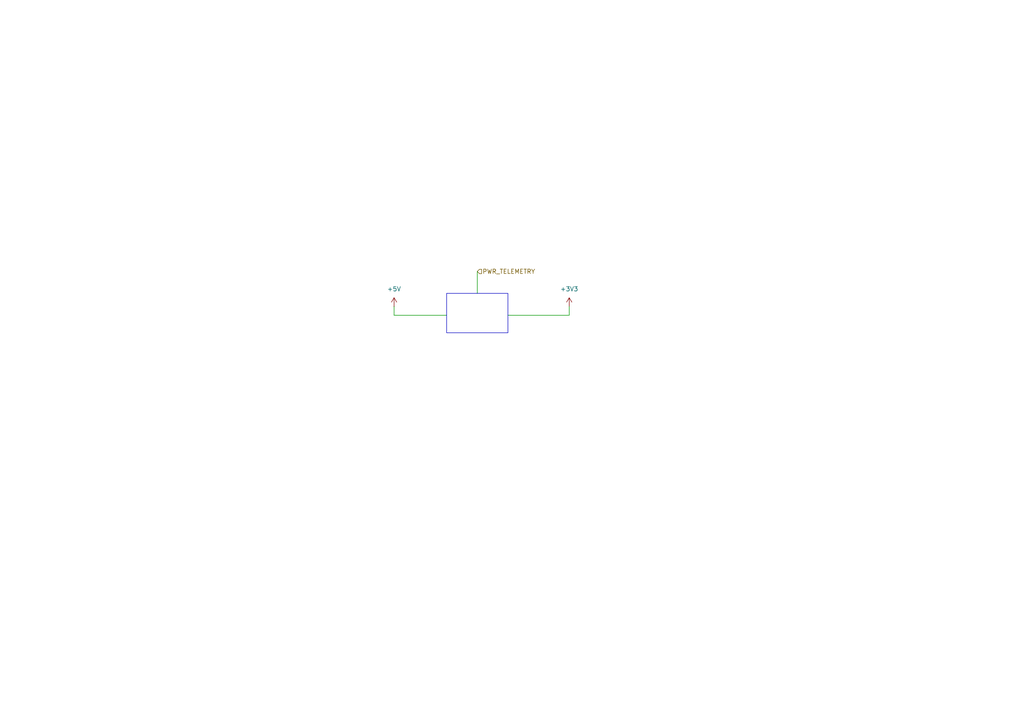
<source format=kicad_sch>
(kicad_sch (version 20250114) (generator "eeschema") (generator_version "9.0")
  (paper "A4")
  (lib_symbols
    (symbol "power:+3V3" (power) (pin_numbers (hide yes)) (pin_names (offset 0) (hide yes))
      (property "Value" "+3V3" (at 0 3.556 0))
      (symbol "+3V3_0_1"
        (polyline (pts (xy -0.762 1.27) (xy 0 2.54)))
        (polyline (pts (xy 0 2.54) (xy 0.762 1.27)))
        (polyline (pts (xy 0 0) (xy 0 2.54)))
      )
      (symbol "+3V3_1_1"
        (pin power_in line (at 0 0 90) (length 0) (name "~") (number "1"))
      )
    )
    (symbol "power:+5V" (power) (pin_numbers (hide yes)) (pin_names (offset 0) (hide yes))
      (property "Value" "+5V" (at 0 3.556 0))
      (symbol "+5V_0_1"
        (polyline (pts (xy -0.762 1.27) (xy 0 2.54)))
        (polyline (pts (xy 0 2.54) (xy 0.762 1.27)))
        (polyline (pts (xy 0 0) (xy 0 2.54)))
      )
      (symbol "+5V_1_1"
        (pin power_in line (at 0 0 90) (length 0) (name "~") (number "1"))
      )
    )
  )
  (rectangle (start 129.54 85.09) (end 147.32 96.52))
  (wire (pts (xy 114.3 88.9) (xy 114.3 91.44)))
  (wire (pts (xy 138.43 78.74) (xy 138.43 85.09)))
  (wire (pts (xy 114.3 91.44) (xy 129.54 91.44)))
  (wire (pts (xy 165.1 88.9) (xy 165.1 91.44)))
  (wire (pts (xy 147.32 91.44) (xy 165.1 91.44)))
  (hierarchical_label "PWR_TELEMETRY" (shape input) (at 138.43 78.74 0))
  (symbol (lib_id "power:+5V") (at 114.3 88.9 0) (unit 1)
    (property "Reference" "#PWR019" (effects (hide yes)))
    (property "Value" "+5V" (at 114.3 83.82 0))
    (property "Description" "Power symbol creates a global label with name \"+5V\"" (effects (hide yes)))
  )
  (symbol (lib_id "power:+3V3") (at 165.1 88.9 0) (unit 1)
    (property "Reference" "#PWR020" (effects (hide yes)))
    (property "Value" "+3V3" (at 165.1 83.82 0))
    (property "Description" "Power symbol creates a global label with name \"+3V3\"" (effects (hide yes)))
  )
)
</source>
